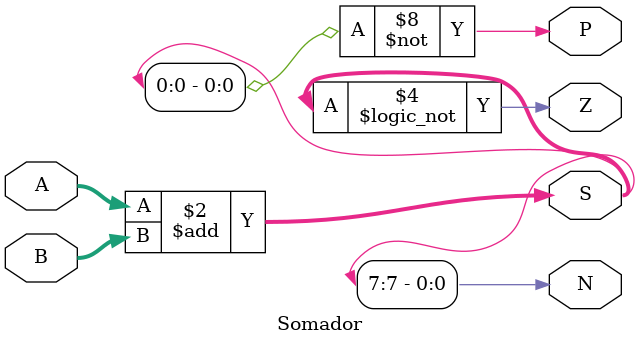
<source format=sv>

module Somador(input logic [7:0] A, B , output logic [7:0] S,
               output logic Z, output logic N, output logic P);

  always_comb S = A + B;
  always_comb Z =  S == 0;
  always_comb N = S[7] == 1;
  always_comb P = S[0] == 0;
  

endmodule
</source>
